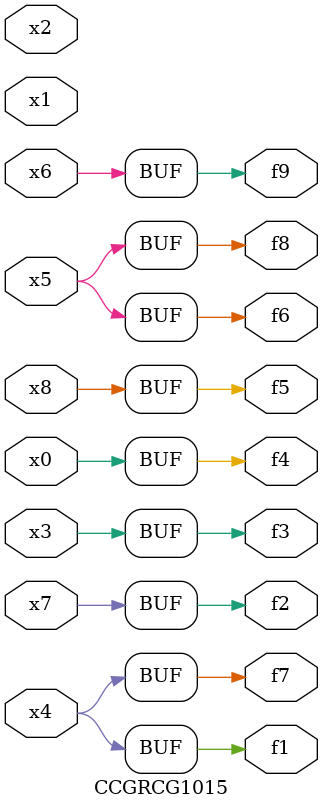
<source format=v>
module CCGRCG1015(
	input x0, x1, x2, x3, x4, x5, x6, x7, x8,
	output f1, f2, f3, f4, f5, f6, f7, f8, f9
);
	assign f1 = x4;
	assign f2 = x7;
	assign f3 = x3;
	assign f4 = x0;
	assign f5 = x8;
	assign f6 = x5;
	assign f7 = x4;
	assign f8 = x5;
	assign f9 = x6;
endmodule

</source>
